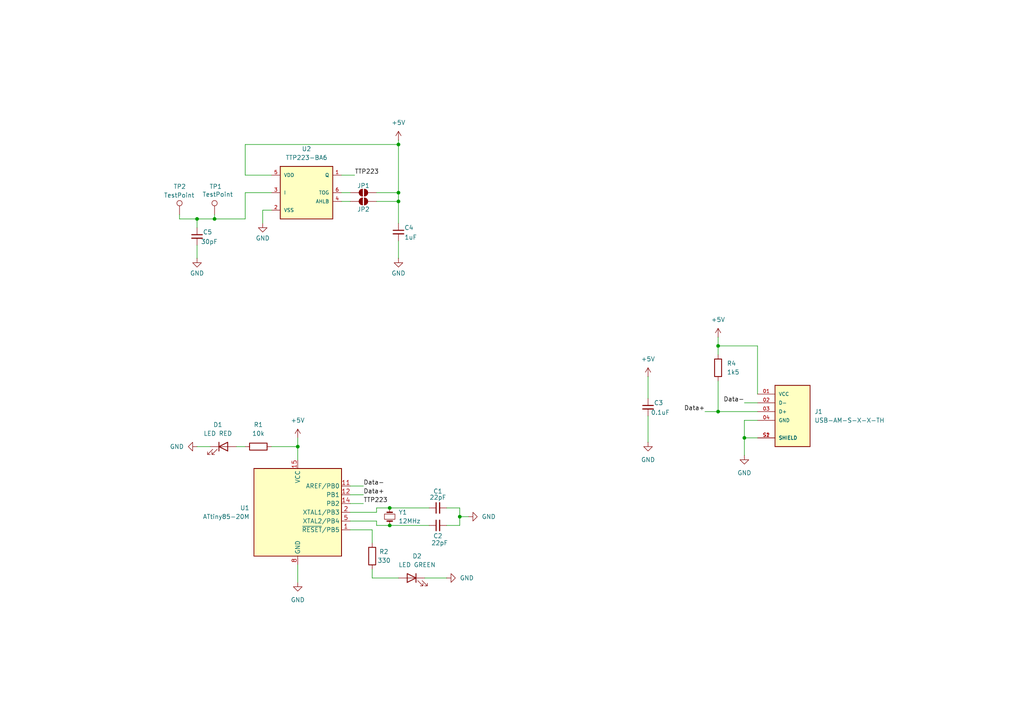
<source format=kicad_sch>
(kicad_sch (version 20231120) (generator "eeschema") (generator_version "8.0")
  (paper "A4")
  (lib_symbols
    (symbol "Connector:TestPoint" (pin_numbers hide) (pin_names (offset 0.762) hide)
      (property "Reference" "TP" (at 0 6.858 0))
      (property "Value" "TestPoint" (at 0 5.08 0))
      (symbol "TestPoint_0_1"
        (circle (center 0 3.302) (radius 0.762))
      )
      (symbol "TestPoint_1_1"
        (pin passive line (at 0 0 90) (length 2.54) (name "1") (number "1"))
      )
    )
    (symbol "Device:C_Small" (pin_numbers hide) (pin_names (offset 0.254) hide)
      (property "Reference" "C" (at 0.254 1.778 0))
      (property "Value" "C_Small" (at 0.254 -2.032 0))
      (symbol "C_Small_0_1"
        (polyline (pts (xy -1.524 -0.508) (xy 1.524 -0.508)) (stroke (width 0.3302)))
        (polyline (pts (xy -1.524 0.508) (xy 1.524 0.508)) (stroke (width 0.3048)))
      )
      (symbol "C_Small_1_1"
        (pin passive line (at 0 2.54 270) (length 2.032) (name "~") (number "1"))
        (pin passive line (at 0 -2.54 90) (length 2.032) (name "~") (number "2"))
      )
    )
    (symbol "Device:Crystal_Small" (pin_numbers hide) (pin_names (offset 1.016) hide)
      (property "Reference" "Y" (at 0 2.54 0))
      (property "Value" "Crystal_Small" (at 0 -2.54 0))
      (symbol "Crystal_Small_0_1"
        (rectangle (start -0.762 -1.524) (end 0.762 1.524))
        (polyline (pts (xy -1.27 -0.762) (xy -1.27 0.762)) (stroke (width 0.381)))
        (polyline (pts (xy 1.27 -0.762) (xy 1.27 0.762)) (stroke (width 0.381)))
      )
      (symbol "Crystal_Small_1_1"
        (pin passive line (at -2.54 0 0) (length 1.27) (name "1") (number "1"))
        (pin passive line (at 2.54 0 180) (length 1.27) (name "2") (number "2"))
      )
    )
    (symbol "Device:LED" (pin_numbers hide) (pin_names (offset 1.016) hide)
      (property "Reference" "D" (at 0 2.54 0))
      (property "Value" "LED" (at 0 -2.54 0))
      (symbol "LED_0_1"
        (polyline (pts (xy -1.27 -1.27) (xy -1.27 1.27)) (stroke (width 0.254)))
        (polyline (pts (xy -1.27 0) (xy 1.27 0)))
        (polyline (pts (xy 1.27 -1.27) (xy 1.27 1.27) (xy -1.27 0) (xy 1.27 -1.27)) (stroke (width 0.254)))
        (polyline (pts (xy -3.048 -0.762) (xy -4.572 -2.286) (xy -3.81 -2.286) (xy -4.572 -2.286) (xy -4.572 -1.524)))
        (polyline (pts (xy -1.778 -0.762) (xy -3.302 -2.286) (xy -2.54 -2.286) (xy -3.302 -2.286) (xy -3.302 -1.524)))
      )
      (symbol "LED_1_1"
        (pin passive line (at -3.81 0 0) (length 2.54) (name "K") (number "1"))
        (pin passive line (at 3.81 0 180) (length 2.54) (name "A") (number "2"))
      )
    )
    (symbol "Device:R" (pin_numbers hide) (pin_names (offset 0))
      (property "Reference" "R" (at 2.032 0 90))
      (property "Value" "R" (at 0 0 90))
      (symbol "R_0_1"
        (rectangle (start -1.016 -2.54) (end 1.016 2.54) (stroke (width 0.254)))
      )
      (symbol "R_1_1"
        (pin passive line (at 0 3.81 270) (length 1.27) (name "~") (number "1"))
        (pin passive line (at 0 -3.81 90) (length 1.27) (name "~") (number "2"))
      )
    )
    (symbol "Jumper:SolderJumper_2_Open" (pin_numbers hide) (pin_names (offset 0) hide) (exclude_from_sim yes) (in_bom no)
      (property "Reference" "JP" (at 0 2.032 0))
      (property "Value" "SolderJumper_2_Open" (at 0 -2.54 0))
      (symbol "SolderJumper_2_Open_0_1"
        (arc (start -0.254 1.016) (mid -1.2656 0) (end -0.254 -1.016))
        (arc (start -0.254 1.016) (mid -1.2656 0) (end -0.254 -1.016) (fill (type outline)))
        (polyline (pts (xy -0.254 1.016) (xy -0.254 -1.016)))
        (polyline (pts (xy 0.254 1.016) (xy 0.254 -1.016)))
        (arc (start 0.254 -1.016) (mid 1.2656 0) (end 0.254 1.016))
        (arc (start 0.254 -1.016) (mid 1.2656 0) (end 0.254 1.016) (fill (type outline)))
      )
      (symbol "SolderJumper_2_Open_1_1"
        (pin passive line (at -3.81 0 0) (length 2.54) (name "A") (number "1"))
        (pin passive line (at 3.81 0 180) (length 2.54) (name "B") (number "2"))
      )
    )
    (symbol "MCU_Microchip_ATtiny:ATtiny85-20M"
      (property "Reference" "U" (at -12.7 13.97 0))
      (property "Value" "ATtiny85-20M" (at 2.54 -13.97 0))
      (symbol "ATtiny85-20M_0_1"
        (rectangle (start -12.7 -12.7) (end 12.7 12.7) (stroke (width 0.254)) (fill (type background)))
      )
      (symbol "ATtiny85-20M_1_1"
        (pin bidirectional line (at 15.24 -5.08 180) (length 2.54) (name "~{RESET}/PB5") (number "1"))
        (pin no_connect line (at -12.7 -2.54 0) (length 2.54) hide (name "NC") (number "10"))
        (pin bidirectional line (at 15.24 7.62 180) (length 2.54) (name "AREF/PB0") (number "11"))
        (pin bidirectional line (at 15.24 5.08 180) (length 2.54) (name "PB1") (number "12"))
        (pin no_connect line (at -12.7 -5.08 0) (length 2.54) hide (name "NC") (number "13"))
        (pin bidirectional line (at 15.24 2.54 180) (length 2.54) (name "PB2") (number "14"))
        (pin power_in line (at 0 15.24 270) (length 2.54) (name "VCC") (number "15"))
        (pin no_connect line (at -12.7 -7.62 0) (length 2.54) hide (name "NC") (number "16"))
        (pin no_connect line (at -12.7 -10.16 0) (length 2.54) hide (name "NC") (number "17"))
        (pin no_connect line (at -7.62 -12.7 90) (length 2.54) hide (name "NC") (number "18"))
        (pin no_connect line (at -5.08 -12.7 90) (length 2.54) hide (name "NC") (number "19"))
        (pin bidirectional line (at 15.24 0 180) (length 2.54) (name "XTAL1/PB3") (number "2"))
        (pin no_connect line (at -2.54 -12.7 90) (length 2.54) hide (name "NC") (number "20"))
        (pin passive line (at 0 -15.24 90) (length 2.54) hide (name "GND") (number "21"))
        (pin no_connect line (at -12.7 10.16 0) (length 2.54) hide (name "NC") (number "3"))
        (pin no_connect line (at -12.7 7.62 0) (length 2.54) hide (name "NC") (number "4"))
        (pin bidirectional line (at 15.24 -2.54 180) (length 2.54) (name "XTAL2/PB4") (number "5"))
        (pin no_connect line (at -12.7 5.08 0) (length 2.54) hide (name "NC") (number "6"))
        (pin no_connect line (at -12.7 2.54 0) (length 2.54) hide (name "NC") (number "7"))
        (pin power_in line (at 0 -15.24 90) (length 2.54) (name "GND") (number "8"))
        (pin no_connect line (at -12.7 0 0) (length 2.54) hide (name "NC") (number "9"))
      )
    )
    (symbol "TTP223-BA6:TTP223-BA6" (pin_names (offset 1.016))
      (property "Reference" "U" (at -7.62 8.128 0))
      (property "Value" "TTP223-BA6" (at -7.62 -9.906 0))
      (symbol "TTP223-BA6_0_0"
        (rectangle (start -7.62 -7.62) (end 7.62 7.62) (stroke (width 0.254)) (fill (type background)))
        (pin output line (at 10.16 5.08 180) (length 2.54) (name "Q") (number "1"))
        (pin power_in line (at -10.16 -5.08 0) (length 2.54) (name "VSS") (number "2"))
        (pin bidirectional line (at -10.16 0 0) (length 2.54) (name "I") (number "3"))
        (pin input line (at 10.16 -2.54 180) (length 2.54) (name "AHLB") (number "4"))
        (pin power_in line (at -10.16 5.08 0) (length 2.54) (name "VDD") (number "5"))
        (pin input line (at 10.16 0 180) (length 2.54) (name "TOG") (number "6"))
      )
    )
    (symbol "USB-PCB:USB-AM-S-X-X-TH" (pin_names (offset 1.016))
      (property "Reference" "J" (at -5.08 8.89 0))
      (property "Value" "USB-AM-S-X-X-TH" (at -5.08 -12.7 0))
      (symbol "USB-AM-S-X-X-TH_0_0"
        (rectangle (start -5.08 -10.16) (end 5.08 7.62) (stroke (width 0.254)) (fill (type background)))
        (pin power_in line (at -10.16 5.08 0) (length 5.08) (name "VCC") (number "01"))
        (pin bidirectional line (at -10.16 2.54 0) (length 5.08) (name "D-") (number "02"))
        (pin bidirectional line (at -10.16 0 0) (length 5.08) (name "D+") (number "03"))
        (pin power_in line (at -10.16 -2.54 0) (length 5.08) (name "GND") (number "04"))
        (pin passive line (at -10.16 -7.62 0) (length 5.08) (name "SHIELD") (number "S1"))
        (pin passive line (at -10.16 -7.62 0) (length 5.08) (name "SHIELD") (number "S2"))
      )
    )
    (symbol "power:+5V" (power) (pin_numbers hide) (pin_names (offset 0) hide)
      (property "Value" "+5V" (at 0 3.556 0))
      (symbol "+5V_0_1"
        (polyline (pts (xy -0.762 1.27) (xy 0 2.54)))
        (polyline (pts (xy 0 0) (xy 0 2.54)))
        (polyline (pts (xy 0 2.54) (xy 0.762 1.27)))
      )
      (symbol "+5V_1_1"
        (pin power_in line (at 0 0 90) (length 0) (name "~") (number "1"))
      )
    )
    (symbol "power:GND" (power) (pin_numbers hide) (pin_names (offset 0) hide)
      (property "Value" "GND" (at 0 -3.81 0))
      (symbol "GND_0_1"
        (polyline (pts (xy 0 0) (xy 0 -1.27) (xy 1.27 -1.27) (xy 0 -2.54) (xy -1.27 -1.27) (xy 0 -1.27)))
      )
      (symbol "GND_1_1"
        (pin power_in line (at 0 0 270) (length 0) (name "~") (number "1"))
      )
    )
  )
  (junction (at 57.15 63.5))
  (junction (at 215.9 127))
  (junction (at 113.03 147.32))
  (junction (at 86.36 129.54))
  (junction (at 113.03 152.4))
  (junction (at 208.28 100.33))
  (junction (at 62.23 63.5))
  (junction (at 115.57 55.88))
  (junction (at 115.57 58.42))
  (junction (at 208.28 119.38))
  (junction (at 115.57 41.91))
  (junction (at 133.35 149.86))
  (wire (pts (xy 215.9 116.84) (xy 219.71 116.84)))
  (wire (pts (xy 187.96 120.65) (xy 187.96 128.27)))
  (wire (pts (xy 76.2 60.96) (xy 76.2 64.77)))
  (wire (pts (xy 133.35 147.32) (xy 133.35 149.86)))
  (wire (pts (xy 101.6 153.67) (xy 107.95 153.67)))
  (wire (pts (xy 208.28 110.49) (xy 208.28 119.38)))
  (wire (pts (xy 57.15 71.12) (xy 57.15 74.93)))
  (wire (pts (xy 109.22 148.59) (xy 101.6 148.59)))
  (wire (pts (xy 78.74 55.88) (xy 71.12 55.88)))
  (wire (pts (xy 115.57 69.85) (xy 115.57 74.93)))
  (wire (pts (xy 107.95 153.67) (xy 107.95 157.48)))
  (wire (pts (xy 62.23 63.5) (xy 57.15 63.5)))
  (wire (pts (xy 109.22 58.42) (xy 115.57 58.42)))
  (wire (pts (xy 101.6 146.05) (xy 105.41 146.05)))
  (wire (pts (xy 71.12 50.8) (xy 71.12 41.91)))
  (wire (pts (xy 219.71 100.33) (xy 208.28 100.33)))
  (wire (pts (xy 101.6 151.13) (xy 109.22 151.13)))
  (wire (pts (xy 52.07 62.23) (xy 52.07 63.5)))
  (wire (pts (xy 99.06 55.88) (xy 101.6 55.88)))
  (wire (pts (xy 101.6 143.51) (xy 105.41 143.51)))
  (wire (pts (xy 68.58 129.54) (xy 71.12 129.54)))
  (wire (pts (xy 107.95 167.64) (xy 115.57 167.64)))
  (wire (pts (xy 78.74 129.54) (xy 86.36 129.54)))
  (wire (pts (xy 101.6 140.97) (xy 105.41 140.97)))
  (wire (pts (xy 208.28 97.79) (xy 208.28 100.33)))
  (wire (pts (xy 78.74 60.96) (xy 76.2 60.96)))
  (wire (pts (xy 219.71 114.3) (xy 219.71 100.33)))
  (wire (pts (xy 115.57 40.64) (xy 115.57 41.91)))
  (wire (pts (xy 86.36 129.54) (xy 86.36 133.35)))
  (wire (pts (xy 71.12 63.5) (xy 62.23 63.5)))
  (wire (pts (xy 215.9 121.92) (xy 215.9 127)))
  (wire (pts (xy 109.22 55.88) (xy 115.57 55.88)))
  (wire (pts (xy 123.19 167.64) (xy 129.54 167.64)))
  (wire (pts (xy 99.06 58.42) (xy 101.6 58.42)))
  (wire (pts (xy 113.03 147.32) (xy 109.22 147.32)))
  (wire (pts (xy 115.57 58.42) (xy 115.57 64.77)))
  (wire (pts (xy 71.12 41.91) (xy 115.57 41.91)))
  (wire (pts (xy 133.35 152.4) (xy 129.54 152.4)))
  (wire (pts (xy 78.74 50.8) (xy 71.12 50.8)))
  (wire (pts (xy 129.54 147.32) (xy 133.35 147.32)))
  (wire (pts (xy 109.22 147.32) (xy 109.22 148.59)))
  (wire (pts (xy 215.9 127) (xy 215.9 132.08)))
  (wire (pts (xy 99.06 50.8) (xy 102.87 50.8)))
  (wire (pts (xy 208.28 100.33) (xy 208.28 102.87)))
  (wire (pts (xy 52.07 63.5) (xy 57.15 63.5)))
  (wire (pts (xy 113.03 152.4) (xy 124.46 152.4)))
  (wire (pts (xy 204.47 119.38) (xy 208.28 119.38)))
  (wire (pts (xy 86.36 163.83) (xy 86.36 168.91)))
  (wire (pts (xy 115.57 55.88) (xy 115.57 58.42)))
  (wire (pts (xy 109.22 151.13) (xy 109.22 152.4)))
  (wire (pts (xy 86.36 127) (xy 86.36 129.54)))
  (wire (pts (xy 215.9 127) (xy 219.71 127)))
  (wire (pts (xy 133.35 149.86) (xy 135.89 149.86)))
  (wire (pts (xy 219.71 121.92) (xy 215.9 121.92)))
  (wire (pts (xy 62.23 62.23) (xy 62.23 63.5)))
  (wire (pts (xy 113.03 147.32) (xy 124.46 147.32)))
  (wire (pts (xy 107.95 165.1) (xy 107.95 167.64)))
  (wire (pts (xy 109.22 152.4) (xy 113.03 152.4)))
  (wire (pts (xy 115.57 41.91) (xy 115.57 55.88)))
  (wire (pts (xy 133.35 149.86) (xy 133.35 152.4)))
  (wire (pts (xy 187.96 109.22) (xy 187.96 115.57)))
  (wire (pts (xy 71.12 55.88) (xy 71.12 63.5)))
  (wire (pts (xy 208.28 119.38) (xy 219.71 119.38)))
  (wire (pts (xy 57.15 63.5) (xy 57.15 66.04)))
  (wire (pts (xy 57.15 129.54) (xy 60.96 129.54)))
  (label "Data+" (at 204.47 119.38 180))
  (label "TTP223" (at 102.87 50.8 0))
  (label "Data-" (at 105.41 140.97 0))
  (label "TTP223" (at 105.41 146.05 0))
  (label "Data-" (at 215.9 116.84 180))
  (label "Data+" (at 105.41 143.51 0))
  (symbol (lib_id "Device:C_Small") (at 115.57 67.31 0) (unit 1)
    (property "Reference" "C4" (at 118.618 66.04 0))
    (property "Value" "1uF" (at 119.126 68.834 0))
    (property "Footprint" "Capacitor_SMD:C_0603_1608Metric_Pad1.08x0.95mm_HandSolder" (effects (hide yes)))
    (property "Description" "Unpolarized capacitor, small symbol" (effects (hide yes)))
  )
  (symbol (lib_id "power:+5V") (at 115.57 40.64 0) (unit 1)
    (property "Reference" "#PWR06" (effects (hide yes)))
    (property "Value" "+5V" (at 115.57 35.56 0))
    (property "Description" "Power symbol creates a global label with name \"+5V\"" (effects (hide yes)))
  )
  (symbol (lib_id "Connector:TestPoint") (at 52.07 62.23 0) (unit 1)
    (property "Reference" "TP2" (at 50.292 54.102 0) (effects (justify left)))
    (property "Value" "TestPoint" (at 47.498 56.642 0) (effects (justify left)))
    (property "Footprint" "TestPoint:TestPoint_Pad_D3.0mm" (effects (hide yes)))
    (property "Description" "test point" (effects (hide yes)))
  )
  (symbol (lib_id "power:GND") (at 57.15 129.54 270) (unit 1)
    (property "Reference" "#PWR02" (effects (hide yes)))
    (property "Value" "GND" (at 53.34 129.5399 90) (effects (justify right)))
    (property "Description" "Power symbol creates a global label with name \"GND\" , ground" (effects (hide yes)))
  )
  (symbol (lib_id "power:+5V") (at 187.96 109.22 0) (unit 1)
    (property "Reference" "#PWR07" (effects (hide yes)))
    (property "Value" "+5V" (at 187.96 104.14 0))
    (property "Description" "Power symbol creates a global label with name \"+5V\"" (effects (hide yes)))
  )
  (symbol (lib_id "USB-PCB:USB-AM-S-X-X-TH") (at 229.87 119.38 0) (unit 1)
    (property "Reference" "J1" (at 236.22 119.3799 0) (effects (justify left)))
    (property "Value" "USB-AM-S-X-X-TH" (at 236.22 121.9199 0) (effects (justify left)))
    (property "Footprint" "USB-AM-S-X-X-TH:USB_PCB" (effects (hide yes)))
    (property "MF" "Samtec" (effects (hide yes)))
    (property "MAXIMUM_PACKAGE_HEIGHT" "4.6 mm" (effects (hide yes)))
    (property "Package" "None" (effects (hide yes)))
    (property "Price" "None" (effects (hide yes)))
    (property "Check_prices" "https://www.snapeda.com/parts/USB-AM-S-F-B-TH/Samtec+Inc./view-part/?ref=eda" (effects (hide yes)))
    (property "STANDARD" "Manufacturer Recommendations" (effects (hide yes)))
    (property "PARTREV" "U" (effects (hide yes)))
    (property "SnapEDA_Link" "https://www.snapeda.com/parts/USB-AM-S-F-B-TH/Samtec+Inc./view-part/?ref=snap" (effects (hide yes)))
    (property "MP" "USB-AM-S-F-B-TH" (effects (hide yes)))
    (property "Purchase-URL" "https://www.snapeda.com/api/url_track_click_mouser/?unipart_id=474273&manufacturer=Samtec&part_name=USB-AM-S-F-B-TH&search_term=usb a male" (effects (hide yes)))
    (property "Description_1" "\nUSB-A (USB TYPE-A) USB 2.0 Plug Connector 4 Position Through Hole, Right Angle\n" (effects (hide yes)))
    (property "Availability" "In Stock" (effects (hide yes)))
    (property "MANUFACTURER" "Samtec" (effects (hide yes)))
  )
  (symbol (lib_id "Device:R") (at 74.93 129.54 90) (unit 1)
    (property "Reference" "R1" (at 74.93 123.19 90))
    (property "Value" "10k" (at 74.93 125.73 90))
    (property "Footprint" "Resistor_SMD:R_0201_0603Metric_Pad0.64x0.40mm_HandSolder" (effects (hide yes)))
    (property "Description" "Resistor" (effects (hide yes)))
  )
  (symbol (lib_id "power:GND") (at 57.15 74.93 0) (unit 1)
    (property "Reference" "#PWR012" (effects (hide yes)))
    (property "Value" "GND" (at 57.15 79.248 0))
    (property "Description" "Power symbol creates a global label with name \"GND\" , ground" (effects (hide yes)))
  )
  (symbol (lib_id "Device:C_Small") (at 187.96 118.11 0) (unit 1)
    (property "Reference" "C3" (at 191.008 116.84 0))
    (property "Value" "0.1uF" (at 191.516 119.634 0))
    (property "Footprint" "Capacitor_SMD:C_0603_1608Metric_Pad1.08x0.95mm_HandSolder" (effects (hide yes)))
    (property "Description" "Unpolarized capacitor, small symbol" (effects (hide yes)))
  )
  (symbol (lib_id "Device:LED") (at 64.77 129.54 0) (unit 1)
    (property "Reference" "D1" (at 63.1825 123.19 0))
    (property "Value" "LED RED" (at 63.1825 125.73 0))
    (property "Footprint" "Library:LED_Kingbright_APA1606_1.6x0.6mm_Horizontal_NEW" (effects (hide yes)))
    (property "Description" "Light emitting diode" (effects (hide yes)))
  )
  (symbol (lib_id "Device:C_Small") (at 57.15 68.58 0) (unit 1)
    (property "Reference" "C5" (at 60.198 67.31 0))
    (property "Value" "30pF" (at 60.706 70.104 0))
    (property "Footprint" "Capacitor_SMD:C_0603_1608Metric_Pad1.08x0.95mm_HandSolder" (effects (hide yes)))
    (property "Description" "Unpolarized capacitor, small symbol" (effects (hide yes)))
  )
  (symbol (lib_id "power:+5V") (at 208.28 97.79 0) (unit 1)
    (property "Reference" "#PWR08" (effects (hide yes)))
    (property "Value" "+5V" (at 208.28 92.71 0))
    (property "Description" "Power symbol creates a global label with name \"+5V\"" (effects (hide yes)))
  )
  (symbol (lib_id "power:GND") (at 187.96 128.27 0) (unit 1)
    (property "Reference" "#PWR010" (effects (hide yes)))
    (property "Value" "GND" (at 187.96 133.35 0))
    (property "Description" "Power symbol creates a global label with name \"GND\" , ground" (effects (hide yes)))
  )
  (symbol (lib_id "power:GND") (at 135.89 149.86 90) (mirror x) (unit 1)
    (property "Reference" "#PWR05" (effects (hide yes)))
    (property "Value" "GND" (at 139.7 149.8599 90) (effects (justify right)))
    (property "Description" "Power symbol creates a global label with name \"GND\" , ground" (effects (hide yes)))
  )
  (symbol (lib_id "power:GND") (at 76.2 64.77 0) (unit 1)
    (property "Reference" "#PWR013" (effects (hide yes)))
    (property "Value" "GND" (at 76.2 69.088 0))
    (property "Description" "Power symbol creates a global label with name \"GND\" , ground" (effects (hide yes)))
  )
  (symbol (lib_id "Device:C_Small") (at 127 147.32 90) (unit 1)
    (property "Reference" "C1" (at 127 142.494 90))
    (property "Value" "22pF" (at 127 144.272 90))
    (property "Footprint" "Capacitor_SMD:C_0603_1608Metric_Pad1.08x0.95mm_HandSolder" (effects (hide yes)))
    (property "Description" "Unpolarized capacitor, small symbol" (effects (hide yes)))
  )
  (symbol (lib_id "power:GND") (at 86.36 168.91 0) (unit 1)
    (property "Reference" "#PWR03" (effects (hide yes)))
    (property "Value" "GND" (at 86.36 173.99 0))
    (property "Description" "Power symbol creates a global label with name \"GND\" , ground" (effects (hide yes)))
  )
  (symbol (lib_id "Device:Crystal_Small") (at 113.03 149.86 270) (unit 1)
    (property "Reference" "Y1" (at 115.57 148.5899 90) (effects (justify left)))
    (property "Value" "12MHz" (at 115.57 151.1299 90) (effects (justify left)))
    (property "Footprint" "Crystal:Crystal_SMD_0603-2Pin_6.0x3.5mm_HandSoldering" (effects (hide yes)))
    (property "Description" "Two pin crystal, small symbol" (effects (hide yes)))
  )
  (symbol (lib_id "power:GND") (at 129.54 167.64 90) (mirror x) (unit 1)
    (property "Reference" "#PWR04" (effects (hide yes)))
    (property "Value" "GND" (at 133.35 167.6399 90) (effects (justify right)))
    (property "Description" "Power symbol creates a global label with name \"GND\" , ground" (effects (hide yes)))
  )
  (symbol (lib_id "power:GND") (at 215.9 132.08 0) (unit 1)
    (property "Reference" "#PWR09" (effects (hide yes)))
    (property "Value" "GND" (at 215.9 137.16 0))
    (property "Description" "Power symbol creates a global label with name \"GND\" , ground" (effects (hide yes)))
  )
  (symbol (lib_id "Connector:TestPoint") (at 62.23 62.23 0) (unit 1)
    (property "Reference" "TP1" (at 60.706 54.102 0) (effects (justify left)))
    (property "Value" "TestPoint" (at 58.674 56.388 0) (effects (justify left)))
    (property "Footprint" "TestPoint:TestPoint_Pad_D3.0mm" (effects (hide yes)))
    (property "Description" "test point" (effects (hide yes)))
  )
  (symbol (lib_id "power:GND") (at 115.57 74.93 0) (unit 1)
    (property "Reference" "#PWR011" (effects (hide yes)))
    (property "Value" "GND" (at 115.57 79.248 0))
    (property "Description" "Power symbol creates a global label with name \"GND\" , ground" (effects (hide yes)))
  )
  (symbol (lib_id "Device:R") (at 208.28 106.68 0) (unit 1)
    (property "Reference" "R4" (at 210.82 105.4099 0) (effects (justify left)))
    (property "Value" "1k5" (at 210.82 107.9499 0) (effects (justify left)))
    (property "Footprint" "Resistor_SMD:R_0201_0603Metric_Pad0.64x0.40mm_HandSolder" (effects (hide yes)))
    (property "Description" "Resistor" (effects (hide yes)))
  )
  (symbol (lib_id "Device:R") (at 107.95 161.29 0) (unit 1)
    (property "Reference" "R2" (at 109.982 160.02 0) (effects (justify left)))
    (property "Value" "330" (at 109.474 162.56 0) (effects (justify left)))
    (property "Footprint" "Resistor_SMD:R_0201_0603Metric_Pad0.64x0.40mm_HandSolder" (effects (hide yes)))
    (property "Description" "Resistor" (effects (hide yes)))
  )
  (symbol (lib_id "Jumper:SolderJumper_2_Open") (at 105.41 58.42 0) (unit 1) (exclude_from_sim yes) (in_bom no)
    (property "Reference" "JP2" (at 105.41 60.706 0))
    (property "Value" "SolderJumper_2_Open" (effects (hide yes)))
    (property "Footprint" "Jumper:SolderJumper-2_P1.3mm_Open_TrianglePad1.0x1.5mm" (effects (hide yes)))
    (property "Description" "Solder Jumper, 2-pole, open" (effects (hide yes)))
  )
  (symbol (lib_id "Device:LED") (at 119.38 167.64 0) (mirror y) (unit 1)
    (property "Reference" "D2" (at 120.9675 161.29 0))
    (property "Value" "LED GREEN" (at 120.9675 163.83 0))
    (property "Footprint" "Library:LED_Kingbright_APA1606_1.6x0.6mm_Horizontal_NEW" (effects (hide yes)))
    (property "Description" "Light emitting diode" (effects (hide yes)))
  )
  (symbol (lib_id "TTP223-BA6:TTP223-BA6") (at 88.9 55.88 0) (unit 1)
    (property "Reference" "U2" (at 88.9 43.18 0))
    (property "Value" "TTP223-BA6" (at 88.9 45.72 0))
    (property "Footprint" "TTP223-BA6:SOT23-6" (effects (hide yes)))
    (property "MF" "tontek" (effects (hide yes)))
    (property "Description_1" "\n" (effects (hide yes)))
    (property "LIB" "CID" (effects (hide yes)))
    (property "Package" "None" (effects (hide yes)))
    (property "Price" "None" (effects (hide yes)))
    (property "SnapEDA_Link" "https://www.snapeda.com/parts/TTP223-BA6/TONTEK/view-part/?ref=snap" (effects (hide yes)))
    (property "MP" "TTP223-BA6" (effects (hide yes)))
    (property "Availability" "In Stock" (effects (hide yes)))
    (property "Check_prices" "https://www.snapeda.com/parts/TTP223-BA6/TONTEK/view-part/?ref=eda" (effects (hide yes)))
  )
  (symbol (lib_id "Jumper:SolderJumper_2_Open") (at 105.41 55.88 0) (unit 1) (exclude_from_sim yes) (in_bom no)
    (property "Reference" "JP1" (at 105.41 53.848 0))
    (property "Value" "SolderJumper_2_Open" (effects (hide yes)))
    (property "Footprint" "Jumper:SolderJumper-2_P1.3mm_Open_TrianglePad1.0x1.5mm" (effects (hide yes)))
    (property "Description" "Solder Jumper, 2-pole, open" (effects (hide yes)))
  )
  (symbol (lib_id "Device:C_Small") (at 127 152.4 90) (unit 1)
    (property "Reference" "C2" (at 127 155.448 90))
    (property "Value" "22pF" (at 127.508 157.48 90))
    (property "Footprint" "Capacitor_SMD:C_0603_1608Metric_Pad1.08x0.95mm_HandSolder" (effects (hide yes)))
    (property "Description" "Unpolarized capacitor, small symbol" (effects (hide yes)))
  )
  (symbol (lib_id "MCU_Microchip_ATtiny:ATtiny85-20M") (at 86.36 148.59 0) (unit 1)
    (property "Reference" "U1" (at 72.39 147.3199 0) (effects (justify right)))
    (property "Value" "ATtiny85-20M" (at 72.39 149.8599 0) (effects (justify right)))
    (property "Footprint" "Package_DFN_QFN:QFN-20-1EP_4x4mm_P0.5mm_EP2.5x2.5mm_ThermalVias" (effects (hide yes)))
    (property "Datasheet" "http://ww1.microchip.com/downloads/en/DeviceDoc/atmel-2586-avr-8-bit-microcontroller-attiny25-attiny45-attiny85_datasheet.pdf" (effects (hide yes)))
    (property "Description" "20MHz, 8kB Flash, 512B SRAM, 512B EEPROM, debugWIRE, QFN-20" (effects (hide yes)))
  )
  (symbol (lib_id "power:+5V") (at 86.36 127 0) (unit 1)
    (property "Reference" "#PWR01" (effects (hide yes)))
    (property "Value" "+5V" (at 86.36 121.92 0))
    (property "Description" "Power symbol creates a global label with name \"+5V\"" (effects (hide yes)))
  )
)
</source>
